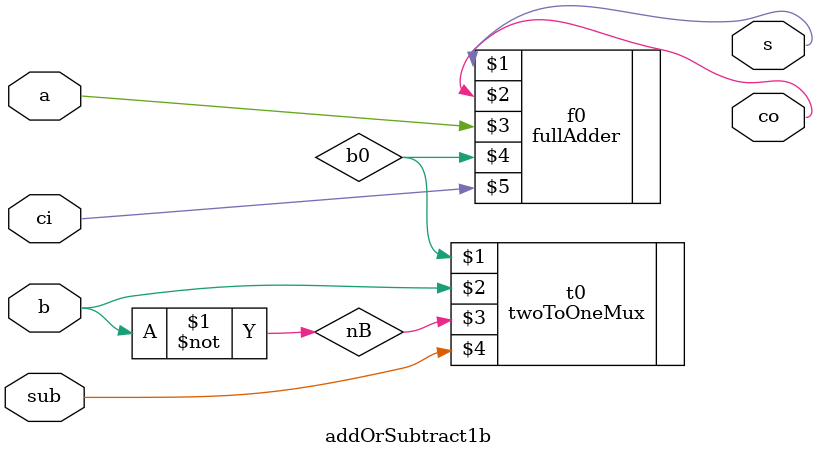
<source format=v>
`include "fullAdder.v"
`include "twoToOneMux.v"
module addOrSubtract1b(s, co, a, b, ci, sub);
	output s, co;
	input a, b, ci, sub;
	wire b0, nB;

	parameter delay = 50;

	not #delay n0(nB, b);

	twoToOneMux t0(b0, b, nB, sub);

	fullAdder f0(s, co, a, b0, ci);

endmodule

</source>
